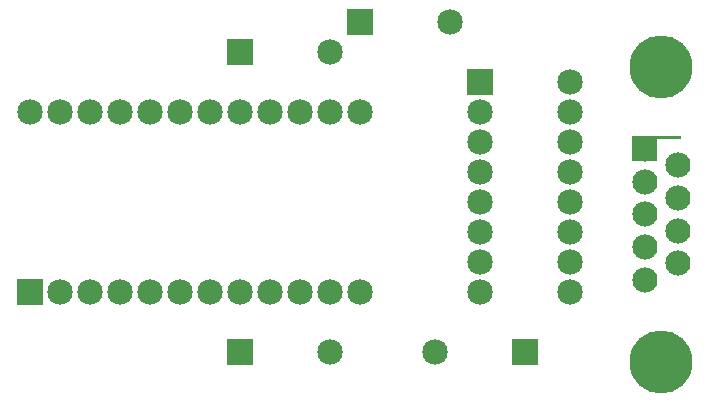
<source format=gts>
G04 MADE WITH FRITZING*
G04 WWW.FRITZING.ORG*
G04 DOUBLE SIDED*
G04 HOLES PLATED*
G04 CONTOUR ON CENTER OF CONTOUR VECTOR*
%ASAXBY*%
%FSLAX23Y23*%
%MOIN*%
%OFA0B0*%
%SFA1.0B1.0*%
%ADD10C,0.084000*%
%ADD11C,0.210000*%
%ADD12C,0.085000*%
%ADD13R,0.085000X0.085000*%
%ADD14R,0.001000X0.001000*%
%LNMASK1*%
G90*
G70*
G54D10*
X2129Y868D03*
X2129Y759D03*
X2129Y650D03*
X2129Y541D03*
X2129Y432D03*
X2241Y813D03*
X2241Y704D03*
X2241Y595D03*
X2241Y486D03*
G54D11*
X2185Y1142D03*
X2185Y158D03*
G54D10*
X2129Y868D03*
X2129Y759D03*
X2129Y650D03*
X2129Y541D03*
X2129Y432D03*
X2241Y813D03*
X2241Y704D03*
X2241Y595D03*
X2241Y486D03*
G54D11*
X2185Y1142D03*
X2185Y158D03*
G54D12*
X1579Y1091D03*
X1879Y1091D03*
X1579Y991D03*
X1879Y991D03*
X1579Y891D03*
X1879Y891D03*
X1579Y791D03*
X1879Y791D03*
X1579Y691D03*
X1879Y691D03*
X1579Y591D03*
X1879Y591D03*
X1579Y491D03*
X1879Y491D03*
X1579Y391D03*
X1879Y391D03*
X79Y391D03*
X79Y991D03*
X179Y391D03*
X179Y991D03*
X279Y391D03*
X279Y991D03*
X379Y391D03*
X379Y991D03*
X479Y391D03*
X479Y991D03*
X579Y391D03*
X579Y991D03*
X679Y391D03*
X679Y991D03*
X779Y391D03*
X779Y991D03*
X879Y391D03*
X879Y991D03*
X979Y391D03*
X979Y991D03*
X1079Y391D03*
X1079Y991D03*
X1179Y391D03*
X1179Y991D03*
X779Y191D03*
X1079Y191D03*
X1729Y191D03*
X1429Y191D03*
X779Y1191D03*
X1079Y1191D03*
X1179Y1291D03*
X1479Y1291D03*
G54D13*
X1579Y1091D03*
X79Y391D03*
X779Y191D03*
X1729Y191D03*
X779Y1191D03*
X1179Y1291D03*
G54D14*
X2161Y911D02*
X2249Y911D01*
X2087Y910D02*
X2249Y910D01*
X2087Y909D02*
X2249Y909D01*
X2087Y908D02*
X2249Y908D01*
X2087Y907D02*
X2249Y907D01*
X2087Y906D02*
X2249Y906D01*
X2087Y905D02*
X2249Y905D01*
X2087Y904D02*
X2249Y904D01*
X2087Y903D02*
X2249Y903D01*
X2087Y902D02*
X2249Y902D01*
X2087Y901D02*
X2249Y901D01*
X2087Y900D02*
X2170Y900D01*
X2087Y899D02*
X2170Y899D01*
X2087Y898D02*
X2170Y898D01*
X2087Y897D02*
X2170Y897D01*
X2087Y896D02*
X2170Y896D01*
X2087Y895D02*
X2170Y895D01*
X2087Y894D02*
X2170Y894D01*
X2087Y893D02*
X2170Y893D01*
X2087Y892D02*
X2170Y892D01*
X2087Y891D02*
X2170Y891D01*
X2087Y890D02*
X2170Y890D01*
X2087Y889D02*
X2170Y889D01*
X2087Y888D02*
X2170Y888D01*
X2087Y887D02*
X2170Y887D01*
X2087Y886D02*
X2170Y886D01*
X2087Y885D02*
X2170Y885D01*
X2087Y884D02*
X2170Y884D01*
X2087Y883D02*
X2122Y883D01*
X2135Y883D02*
X2170Y883D01*
X2087Y882D02*
X2120Y882D01*
X2137Y882D02*
X2170Y882D01*
X2087Y881D02*
X2118Y881D01*
X2138Y881D02*
X2170Y881D01*
X2087Y880D02*
X2117Y880D01*
X2140Y880D02*
X2170Y880D01*
X2087Y879D02*
X2116Y879D01*
X2141Y879D02*
X2170Y879D01*
X2087Y878D02*
X2116Y878D01*
X2141Y878D02*
X2170Y878D01*
X2087Y877D02*
X2115Y877D01*
X2142Y877D02*
X2170Y877D01*
X2087Y876D02*
X2114Y876D01*
X2142Y876D02*
X2170Y876D01*
X2087Y875D02*
X2114Y875D01*
X2143Y875D02*
X2170Y875D01*
X2087Y874D02*
X2114Y874D01*
X2143Y874D02*
X2170Y874D01*
X2087Y873D02*
X2113Y873D01*
X2143Y873D02*
X2170Y873D01*
X2087Y872D02*
X2113Y872D01*
X2144Y872D02*
X2170Y872D01*
X2087Y871D02*
X2113Y871D01*
X2144Y871D02*
X2170Y871D01*
X2087Y870D02*
X2113Y870D01*
X2144Y870D02*
X2170Y870D01*
X2087Y869D02*
X2113Y869D01*
X2144Y869D02*
X2170Y869D01*
X2087Y868D02*
X2113Y868D01*
X2144Y868D02*
X2170Y868D01*
X2087Y867D02*
X2113Y867D01*
X2144Y867D02*
X2170Y867D01*
X2087Y866D02*
X2113Y866D01*
X2144Y866D02*
X2170Y866D01*
X2087Y865D02*
X2113Y865D01*
X2144Y865D02*
X2170Y865D01*
X2087Y864D02*
X2114Y864D01*
X2143Y864D02*
X2170Y864D01*
X2087Y863D02*
X2114Y863D01*
X2143Y863D02*
X2170Y863D01*
X2087Y862D02*
X2114Y862D01*
X2142Y862D02*
X2170Y862D01*
X2087Y861D02*
X2115Y861D01*
X2142Y861D02*
X2170Y861D01*
X2087Y860D02*
X2116Y860D01*
X2141Y860D02*
X2170Y860D01*
X2087Y859D02*
X2116Y859D01*
X2141Y859D02*
X2170Y859D01*
X2087Y858D02*
X2117Y858D01*
X2140Y858D02*
X2170Y858D01*
X2087Y857D02*
X2118Y857D01*
X2139Y857D02*
X2170Y857D01*
X2087Y856D02*
X2120Y856D01*
X2137Y856D02*
X2170Y856D01*
X2087Y855D02*
X2122Y855D01*
X2135Y855D02*
X2170Y855D01*
X2087Y854D02*
X2127Y854D01*
X2130Y854D02*
X2170Y854D01*
X2087Y853D02*
X2170Y853D01*
X2087Y852D02*
X2170Y852D01*
X2087Y851D02*
X2170Y851D01*
X2087Y850D02*
X2170Y850D01*
X2087Y849D02*
X2170Y849D01*
X2087Y848D02*
X2170Y848D01*
X2087Y847D02*
X2170Y847D01*
X2087Y846D02*
X2170Y846D01*
X2087Y845D02*
X2170Y845D01*
X2087Y844D02*
X2170Y844D01*
X2087Y843D02*
X2170Y843D01*
X2087Y842D02*
X2170Y842D01*
X2087Y841D02*
X2170Y841D01*
X2087Y840D02*
X2170Y840D01*
X2087Y839D02*
X2170Y839D01*
X2087Y838D02*
X2170Y838D01*
X2087Y837D02*
X2170Y837D01*
X2087Y836D02*
X2170Y836D01*
X2087Y835D02*
X2170Y835D01*
X2087Y834D02*
X2170Y834D01*
X2087Y833D02*
X2170Y833D01*
X2087Y832D02*
X2170Y832D01*
X2087Y831D02*
X2170Y831D01*
X2087Y830D02*
X2170Y830D01*
X2087Y829D02*
X2170Y829D01*
X2087Y828D02*
X2170Y828D01*
X2087Y827D02*
X2169Y827D01*
D02*
G04 End of Mask1*
M02*
</source>
